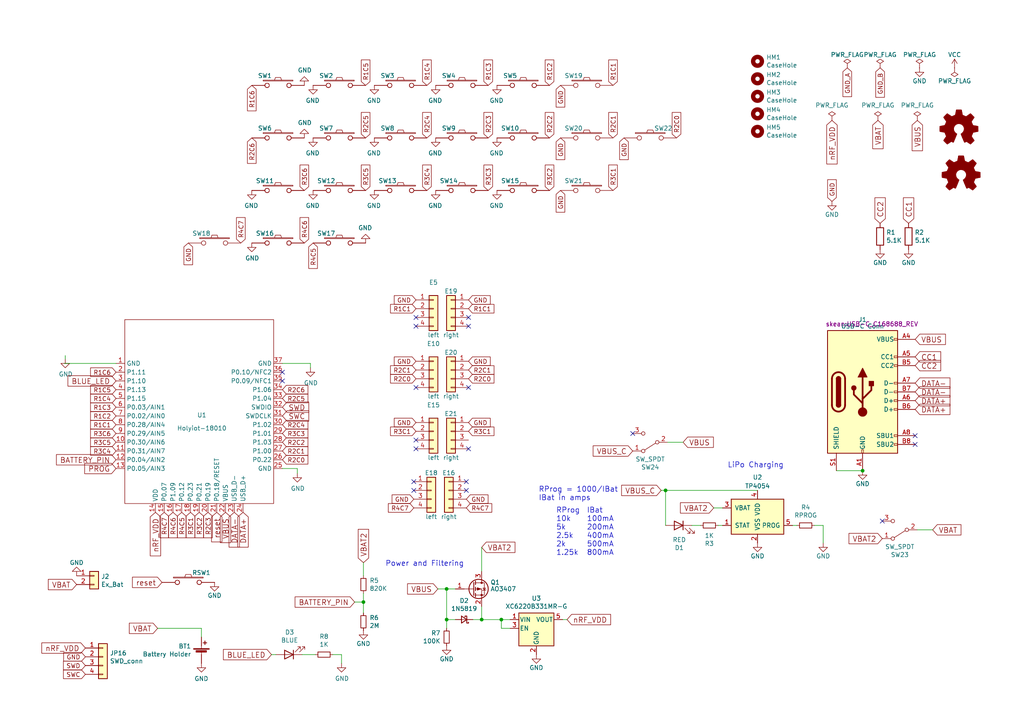
<source format=kicad_sch>
(kicad_sch (version 20211123) (generator eeschema)
  (paper "A4")
  (title_block (title "jorian") (date "22 07 2017"))
  (lib_symbols
    (symbol "Battery_Management:MCP73831-3-OT" (pin_names (offset 1.016))
      (property "Reference" "U" (at -7.62 6.35 0))
      (property "Value" "MCP73831-3-OT" (at 1.27 6.35 0))
      (symbol "MCP73831-3-OT_1_1"
        (pin output line (at 10.16 -2.54 180) (length 2.54) (name "STAT") (number "1"))
        (pin power_in line (at 0 -7.62 90) (length 2.54) (name "VSS") (number "2"))
        (pin power_out line (at 10.16 2.54 180) (length 2.54) (name "VBAT") (number "3"))
        (pin power_in line (at 0 7.62 270) (length 2.54) (name "VDD") (number "4"))
        (pin input line (at -10.16 -2.54 0) (length 2.54) (name "PROG") (number "5"))
      )
    )
    (symbol "Connector:USB_C_Receptacle_USB2.0" (pin_names (offset 1.016))
      (property "Reference" "J" (at -10.16 19.05 0))
      (property "Value" "USB_C_Receptacle_USB2.0" (at 19.05 19.05 0))
      (symbol "USB_C_Receptacle_USB2.0_1_1"
        (pin passive line (at 0 -22.86 90) (length 5.08) (name "GND") (number "A1"))
        (pin passive line (at 0 -22.86 90) (length 5.08) hide (name "GND") (number "A12"))
        (pin passive line (at 15.24 15.24 180) (length 5.08) (name "VBUS") (number "A4"))
        (pin bidirectional line (at 15.24 10.16 180) (length 5.08) (name "CC1") (number "A5"))
        (pin bidirectional line (at 15.24 -2.54 180) (length 5.08) (name "D+") (number "A6"))
        (pin bidirectional line (at 15.24 2.54 180) (length 5.08) (name "D-") (number "A7"))
        (pin bidirectional line (at 15.24 -12.7 180) (length 5.08) (name "SBU1") (number "A8"))
        (pin passive line (at 15.24 15.24 180) (length 5.08) hide (name "VBUS") (number "A9"))
        (pin passive line (at 0 -22.86 90) (length 5.08) hide (name "GND") (number "B1"))
        (pin passive line (at 0 -22.86 90) (length 5.08) hide (name "GND") (number "B12"))
        (pin passive line (at 15.24 15.24 180) (length 5.08) hide (name "VBUS") (number "B4"))
        (pin bidirectional line (at 15.24 7.62 180) (length 5.08) (name "CC2") (number "B5"))
        (pin bidirectional line (at 15.24 -5.08 180) (length 5.08) (name "D+") (number "B6"))
        (pin bidirectional line (at 15.24 0 180) (length 5.08) (name "D-") (number "B7"))
        (pin bidirectional line (at 15.24 -15.24 180) (length 5.08) (name "SBU2") (number "B8"))
        (pin passive line (at 15.24 15.24 180) (length 5.08) hide (name "VBUS") (number "B9"))
        (pin passive line (at -7.62 -22.86 90) (length 5.08) (name "SHIELD") (number "S1"))
      )
    )
    (symbol "Connector_Generic:Conn_01x02" (pin_names (offset 1.016) hide)
      (property "Reference" "J" (at 0 2.54 0))
      (property "Value" "Conn_01x02" (at 0 -5.08 0))
      (symbol "Conn_01x02_1_1"
        (pin passive line (at -5.08 0 0) (length 3.81) (name "Pin_1") (number "1"))
        (pin passive line (at -5.08 -2.54 0) (length 3.81) (name "Pin_2") (number "2"))
      )
    )
    (symbol "Connector_Generic:Conn_01x04" (pin_names (offset 1.016) hide)
      (property "Reference" "J" (at 0 5.08 0))
      (property "Value" "Conn_01x04" (at 0 -7.62 0))
      (symbol "Conn_01x04_1_1"
        (pin passive line (at -5.08 2.54 0) (length 3.81) (name "Pin_1") (number "1"))
        (pin passive line (at -5.08 0 0) (length 3.81) (name "Pin_2") (number "2"))
        (pin passive line (at -5.08 -2.54 0) (length 3.81) (name "Pin_3") (number "3"))
        (pin passive line (at -5.08 -5.08 0) (length 3.81) (name "Pin_4") (number "4"))
      )
    )
    (symbol "Device:Battery_Cell" (pin_numbers hide) (pin_names (offset 0) hide)
      (property "Reference" "BT" (at 2.54 2.54 0))
      (property "Value" "Battery_Cell" (at 2.54 0 0))
      (symbol "Battery_Cell_1_1"
        (pin passive line (at 0 5.08 270) (length 2.54) (name "+") (number "1"))
        (pin passive line (at 0 -2.54 90) (length 2.54) (name "-") (number "2"))
      )
    )
    (symbol "Device:D_Schottky_Small" (pin_numbers hide) (pin_names (offset 0.254) hide)
      (property "Reference" "D" (at -1.27 2.032 0))
      (property "Value" "D_Schottky_Small" (at -7.112 -2.032 0))
      (symbol "D_Schottky_Small_1_1"
        (pin passive line (at -2.54 0 0) (length 1.778) (name "K") (number "1"))
        (pin passive line (at 2.54 0 180) (length 1.778) (name "A") (number "2"))
      )
    )
    (symbol "Device:LED" (pin_numbers hide) (pin_names (offset 1.016) hide)
      (property "Reference" "D" (at 0 2.54 0))
      (property "Value" "LED" (at 0 -2.54 0))
      (symbol "LED_1_1"
        (pin passive line (at -3.81 0 0) (length 2.54) (name "K") (number "1"))
        (pin passive line (at 3.81 0 180) (length 2.54) (name "A") (number "2"))
      )
    )
    (symbol "Device:Q_PMOS_GSD" (pin_names (offset 0) hide)
      (property "Reference" "Q" (at 5.08 1.27 0))
      (property "Value" "Q_PMOS_GSD" (at 5.08 -1.27 0))
      (symbol "Q_PMOS_GSD_1_1"
        (pin input line (at -5.08 0 0) (length 2.54) (name "G") (number "1"))
        (pin passive line (at 2.54 -5.08 90) (length 2.54) (name "S") (number "2"))
        (pin passive line (at 2.54 5.08 270) (length 2.54) (name "D") (number "3"))
      )
    )
    (symbol "Device:R" (pin_numbers hide) (pin_names (offset 0))
      (property "Reference" "R" (at 2.032 0 90))
      (property "Value" "R" (at 0 0 90))
      (symbol "R_1_1"
        (pin passive line (at 0 3.81 270) (length 1.27) (name "~") (number "1"))
        (pin passive line (at 0 -3.81 90) (length 1.27) (name "~") (number "2"))
      )
    )
    (symbol "Device:R_Small" (pin_numbers hide) (pin_names (offset 0.254) hide)
      (property "Reference" "R" (at 0.762 0.508 0))
      (property "Value" "R_Small" (at 0.762 -1.016 0))
      (symbol "R_Small_1_1"
        (pin passive line (at 0 2.54 270) (length 0.762) (name "~") (number "1"))
        (pin passive line (at 0 -2.54 90) (length 0.762) (name "~") (number "2"))
      )
    )
    (symbol "Graphic:Logo_Open_Hardware_Small" (pin_names (offset 1.016)))
    (symbol "Mechanical:MountingHole" (pin_names (offset 1.016))
      (property "Reference" "H" (at 0 5.08 0))
      (property "Value" "MountingHole" (at 0 3.175 0))
    )
    (symbol "Regulator_Linear:AP2112K-3.3" (pin_names (offset 0.254))
      (property "Reference" "U" (at -5.08 5.715 0))
      (property "Value" "AP2112K-3.3" (at 0 5.715 0))
      (symbol "AP2112K-3.3_1_1"
        (pin power_in line (at -7.62 2.54 0) (length 2.54) (name "VIN") (number "1"))
        (pin power_in line (at 0 -7.62 90) (length 2.54) (name "GND") (number "2"))
        (pin input line (at -7.62 0 0) (length 2.54) (name "EN") (number "3"))
        (pin no_connect line (at 5.08 0 180) (length 2.54) hide (name "NC") (number "4"))
        (pin power_out line (at 7.62 2.54 180) (length 2.54) (name "VOUT") (number "5"))
      )
    )
    (symbol "Switch:SW_SPDT" (pin_names (offset 0) hide)
      (property "Reference" "SW" (at 0 4.318 0))
      (property "Value" "SW_SPDT" (at 0 -5.08 0))
      (symbol "SW_SPDT_1_1"
        (pin passive line (at 5.08 2.54 180) (length 2.54) (name "A") (number "1"))
        (pin passive line (at -5.08 0 0) (length 2.54) (name "B") (number "2"))
        (pin passive line (at 5.08 -2.54 180) (length 2.54) (name "C") (number "3"))
      )
    )
    (symbol "kbd:SW_PUSH" (pin_numbers hide) (pin_names (offset 1.016) hide)
      (property "Reference" "SW" (at 3.81 2.794 0))
      (property "Value" "SW_PUSH" (at 0 -2.032 0))
      (symbol "SW_PUSH_0_1"
        (pin passive inverted (at -7.62 0 0) (length 5.08) (name "1") (number "1"))
        (pin passive inverted (at 7.62 0 180) (length 5.08) (name "2") (number "2"))
      )
    )
    (symbol "kbd_wl:HOLYIOT-18010-NRF52840_Simple"
      (property "Reference" "U1" (at 0 31.75 0))
      (property "Value" "HOLYIOT-18010-NRF52840_Simple" (at 0 29.21 0))
      (symbol "HOLYIOT-18010-NRF52840_Simple_1_1"
        (pin power_in line (at -24.13 15.24 0) (length 2.54) (name "GND") (number "1"))
        (pin input line (at -24.13 -7.62 0) (length 2.54) (name "P0.30/AIN6") (number "10"))
        (pin input line (at -24.13 -10.16 0) (length 2.54) (name "P0.31/AIN7") (number "11"))
        (pin input line (at -24.13 -12.7 0) (length 2.54) (name "P0.04/AIN2") (number "12"))
        (pin input line (at -24.13 -15.24 0) (length 2.54) (name "P0.05/AIN3") (number "13"))
        (pin power_in line (at -12.7 -27.94 90) (length 2.54) (name "VDD") (number "14"))
        (pin input line (at -10.16 -27.94 90) (length 2.54) (name "P0.07") (number "15"))
        (pin input line (at -7.62 -27.94 90) (length 2.54) (name "P1.09") (number "16"))
        (pin input line (at -5.08 -27.94 90) (length 2.54) (name "P0.12") (number "17"))
        (pin input line (at -2.54 -27.94 90) (length 2.54) (name "P0.23") (number "18"))
        (pin input line (at 0 -27.94 90) (length 2.54) (name "P0.21") (number "19"))
        (pin input line (at -24.13 12.7 0) (length 2.54) (name "P1.11") (number "2"))
        (pin input line (at 2.54 -27.94 90) (length 2.54) (name "P0.19") (number "20"))
        (pin input line (at 5.08 -27.94 90) (length 2.54) (name "P0.18/RESET") (number "21"))
        (pin power_in line (at 7.62 -27.94 90) (length 2.54) (name "VBUS") (number "22"))
        (pin input line (at 10.16 -27.94 90) (length 2.54) (name "USB_D-") (number "23"))
        (pin input line (at 12.7 -27.94 90) (length 2.54) (name "USB_D+") (number "24"))
        (pin power_in line (at 24.13 -15.24 180) (length 2.54) (name "GND") (number "25"))
        (pin input line (at 24.13 -12.7 180) (length 2.54) (name "P0.22") (number "26"))
        (pin input line (at 24.13 -10.16 180) (length 2.54) (name "P1.00") (number "27"))
        (pin input line (at 24.13 -7.62 180) (length 2.54) (name "P1.03") (number "28"))
        (pin input line (at 24.13 -5.08 180) (length 2.54) (name "P1.01") (number "29"))
        (pin input line (at -24.13 10.16 0) (length 2.54) (name "P1.10") (number "3"))
        (pin input line (at 24.13 -2.54 180) (length 2.54) (name "P1.02") (number "30"))
        (pin input line (at 24.13 0 180) (length 2.54) (name "SWDCLK") (number "31"))
        (pin input line (at 24.13 2.54 180) (length 2.54) (name "SWDIO") (number "32"))
        (pin input line (at 24.13 5.08 180) (length 2.54) (name "P1.04") (number "33"))
        (pin input line (at 24.13 7.62 180) (length 2.54) (name "P1.06") (number "34"))
        (pin input line (at 24.13 10.16 180) (length 2.54) (name "P0.09/NFC1") (number "35"))
        (pin input line (at 24.13 12.7 180) (length 2.54) (name "P0.10/NFC2") (number "36"))
        (pin power_in line (at 24.13 15.24 180) (length 2.54) (name "GND") (number "37"))
        (pin input line (at -24.13 7.62 0) (length 2.54) (name "P1.13") (number "4"))
        (pin input line (at -24.13 5.08 0) (length 2.54) (name "P1.15") (number "5"))
        (pin input line (at -24.13 2.54 0) (length 2.54) (name "P0.03/AIN1") (number "6"))
        (pin input line (at -24.13 0 0) (length 2.54) (name "P0.02/AIN0") (number "7"))
        (pin input line (at -24.13 -2.54 0) (length 2.54) (name "P0.28/AIN4") (number "8"))
        (pin input line (at -24.13 -5.08 0) (length 2.54) (name "P0.29/AIN5") (number "9"))
      )
    )
    (symbol "power:GND" (power) (pin_names (offset 0))
      (property "Value" "GND" (at 0 -3.81 0))
      (symbol "GND_1_1"
        (pin power_in line (at 0 0 270) (length 0) hide (name "GND") (number "1"))
      )
    )
    (symbol "power:PWR_FLAG" (power) (pin_numbers hide) (pin_names (offset 0) hide)
      (property "Value" "PWR_FLAG" (at 0 3.81 0))
      (symbol "PWR_FLAG_0_0"
        (pin power_out line (at 0 0 90) (length 0) (name "pwr") (number "1"))
      )
    )
    (symbol "power:VCC" (power) (pin_names (offset 0))
      (property "Value" "VCC" (at 0 3.81 0))
      (symbol "VCC_1_1"
        (pin power_in line (at 0 0 90) (length 0) hide (name "VCC") (number "1"))
      )
    )
  )
  (junction (at 139.7 179.705))
  (junction (at 105.41 174.625))
  (junction (at 250.19 136.525))
  (junction (at 193.04 142.24))
  (junction (at 145.415 179.705))
  (junction (at 129.54 170.815))
  (junction (at 129.54 179.705))
  (no_connect (at 81.915 107.95))
  (no_connect (at 81.915 110.49))
  (no_connect (at 120.65 127.635))
  (no_connect (at 120.65 130.175))
  (no_connect (at 135.89 130.175))
  (no_connect (at 120.65 94.615))
  (no_connect (at 135.89 112.395))
  (no_connect (at 120.015 142.24))
  (no_connect (at 135.255 142.24))
  (no_connect (at 255.905 151.13))
  (no_connect (at 120.65 92.075))
  (no_connect (at 183.515 125.73))
  (no_connect (at 265.43 128.905))
  (no_connect (at 120.65 112.395))
  (no_connect (at 265.43 126.365))
  (no_connect (at 135.89 92.075))
  (no_connect (at 120.015 139.7))
  (no_connect (at 135.255 139.7))
  (no_connect (at 135.89 94.615))
  (wire (pts (xy 129.54 179.705) (xy 132.08 179.705)))
  (wire (pts (xy 90.043 106.68) (xy 90.043 105.41)))
  (wire (pts (xy 236.22 152.4) (xy 238.76 152.4)))
  (wire (pts (xy 58.42 182.245) (xy 58.42 184.785)))
  (wire (pts (xy 129.54 182.245) (xy 129.54 179.705)))
  (wire (pts (xy 147.955 182.245) (xy 145.415 182.245)))
  (wire (pts (xy 229.87 152.4) (xy 231.14 152.4)))
  (wire (pts (xy 145.415 179.705) (xy 147.955 179.705)))
  (wire (pts (xy 105.41 163.195) (xy 105.41 167.005)))
  (wire (pts (xy 193.04 142.24) (xy 191.77 142.24)))
  (wire (pts (xy 81.915 105.41) (xy 90.043 105.41)))
  (wire (pts (xy 266.065 153.67) (xy 270.51 153.67)))
  (wire (pts (xy 18.923 103.124) (xy 18.923 104.14)))
  (wire (pts (xy 78.74 189.865) (xy 80.01 189.865)))
  (wire (pts (xy 33.655 105.41) (xy 18.669 105.41)))
  (wire (pts (xy 238.76 157.48) (xy 238.76 152.4)))
  (wire (pts (xy 207.01 147.32) (xy 209.55 147.32)))
  (wire (pts (xy 200.66 152.4) (xy 203.2 152.4)))
  (wire (pts (xy 242.57 136.525) (xy 250.19 136.525)))
  (wire (pts (xy 99.06 192.405) (xy 99.06 189.865)))
  (wire (pts (xy 137.16 179.705) (xy 139.7 179.705)))
  (wire (pts (xy 193.675 128.27) (xy 198.12 128.27)))
  (wire (pts (xy 193.04 142.24) (xy 193.04 152.4)))
  (wire (pts (xy 208.28 152.4) (xy 209.55 152.4)))
  (wire (pts (xy 105.41 174.625) (xy 105.41 177.8)))
  (wire (pts (xy 145.415 182.245) (xy 145.415 179.705)))
  (wire (pts (xy 127 170.815) (xy 129.54 170.815)))
  (wire (pts (xy 139.7 158.75) (xy 139.7 165.735)))
  (wire (pts (xy 87.63 189.865) (xy 91.44 189.865)))
  (wire (pts (xy 163.195 179.705) (xy 164.465 179.705)))
  (wire (pts (xy 86.233 135.89) (xy 86.233 137.287)))
  (wire (pts (xy 105.41 172.085) (xy 105.41 174.625)))
  (wire (pts (xy 193.04 142.24) (xy 219.71 142.24)))
  (wire (pts (xy 139.7 175.895) (xy 139.7 179.705)))
  (wire (pts (xy 96.52 189.865) (xy 99.06 189.865)))
  (wire (pts (xy 139.7 179.705) (xy 145.415 179.705)))
  (wire (pts (xy 129.54 179.705) (xy 129.54 170.815)))
  (wire (pts (xy 81.915 135.89) (xy 86.233 135.89)))
  (wire (pts (xy 102.87 174.625) (xy 105.41 174.625)))
  (wire (pts (xy 129.54 170.815) (xy 132.08 170.815)))
  (wire (pts (xy 45.72 182.245) (xy 58.42 182.245)))
  (text "Power and Filtering" (at 111.76 164.465 0) (effects (font (size 1.524 1.524)) (justify left bottom)))
  (text "IBat\n100mA\n200mA\n400mA\n500mA\n800mA" (at 170.18 161.29 0) (effects (font (size 1.524 1.524)) (justify left bottom)))
  (text "RProg\n10k\n5k\n2.5k\n2k\n1.25k" (at 161.29 161.29 0) (effects (font (size 1.524 1.524)) (justify left bottom)))
  (text "LiPo Charging\n" (at 227.33 135.89 180) (effects (font (size 1.524 1.524)) (justify right bottom)))
  (text "RProg = 1000/IBat\nIBat in amps" (at 156.21 145.415 0) (effects (font (size 1.524 1.524)) (justify left bottom)))
  (global_label "VBUS" (shape input) (at 65.405 148.59 270) (effects (font (size 1.524 1.524))) (property "Intersheet References" "${INTERSHEET_REFS}" (effects hide)))
  (global_label "VBAT" (shape input) (at 22.225 169.545 180) (effects (font (size 1.524 1.524))) (property "Intersheet References" "${INTERSHEET_REFS}" (effects hide)))
  (global_label "R4C7" (shape input) (at 120.015 147.32 180) (property "Intersheet References" "${INTERSHEET_REFS}" (effects hide)))
  (global_label "GND" (shape input) (at 241.3 58.42 90) (property "Intersheet References" "${INTERSHEET_REFS}" (effects hide)))
  (global_label "R1C2" (shape input) (at 33.655 120.65 180) (property "Intersheet References" "${INTERSHEET_REFS}" (effects hide)))
  (global_label "GND" (shape input) (at 120.015 144.78 180) (property "Intersheet References" "${INTERSHEET_REFS}" (effects hide)))
  (global_label "GND" (shape input) (at 54.61 70.485 270) (property "Intersheet References" "${INTERSHEET_REFS}" (effects hide)))
  (global_label "BLUE_LED" (shape input) (at 78.74 189.865 180) (effects (font (size 1.524 1.524))) (property "Intersheet References" "${INTERSHEET_REFS}" (effects hide)))
  (global_label "VBUS" (shape input) (at 266.065 34.925 270) (effects (font (size 1.524 1.524))) (property "Intersheet References" "${INTERSHEET_REFS}" (effects hide)))
  (global_label "R2C5" (shape input) (at 81.915 115.57 0) (property "Intersheet References" "${INTERSHEET_REFS}" (effects hide)))
  (global_label "SWD" (shape input) (at 24.765 193.04 180) (property "Intersheet References" "${INTERSHEET_REFS}" (effects hide)))
  (global_label "GND" (shape input) (at 135.89 122.555 0) (property "Intersheet References" "${INTERSHEET_REFS}" (effects hide)))
  (global_label "R1C3" (shape input) (at 33.655 118.11 180) (property "Intersheet References" "${INTERSHEET_REFS}" (effects hide)))
  (global_label "DATA+" (shape input) (at 265.43 118.745 0) (effects (font (size 1.524 1.524))) (property "Intersheet References" "${INTERSHEET_REFS}" (effects hide)))
  (global_label "DATA-" (shape input) (at 67.945 148.59 270) (effects (font (size 1.524 1.524))) (property "Intersheet References" "${INTERSHEET_REFS}" (effects hide)))
  (global_label "VBUS_C" (shape input) (at 191.77 142.24 180) (effects (font (size 1.524 1.524))) (property "Intersheet References" "${INTERSHEET_REFS}" (effects hide)))
  (global_label "R2C2" (shape input) (at 81.915 128.27 0) (property "Intersheet References" "${INTERSHEET_REFS}" (effects hide)))
  (global_label "CC1" (shape input) (at 263.525 64.77 90) (effects (font (size 1.524 1.524))) (property "Intersheet References" "${INTERSHEET_REFS}" (effects hide)))
  (global_label "GND" (shape input) (at 135.89 86.995 0) (property "Intersheet References" "${INTERSHEET_REFS}" (effects hide)))
  (global_label "R3C1" (shape input) (at 120.65 125.095 180) (property "Intersheet References" "${INTERSHEET_REFS}" (effects hide)))
  (global_label "CC1" (shape input) (at 265.43 103.505 0) (effects (font (size 1.524 1.524))) (property "Intersheet References" "${INTERSHEET_REFS}" (effects hide)))
  (global_label "R1C4" (shape input) (at 123.825 24.765 90) (property "Intersheet References" "${INTERSHEET_REFS}" (effects hide)))
  (global_label "R3C1" (shape input) (at 177.8 55.245 90) (property "Intersheet References" "${INTERSHEET_REFS}" (effects hide)))
  (global_label "R4C7" (shape input) (at 47.625 148.59 270) (property "Intersheet References" "${INTERSHEET_REFS}" (effects hide)))
  (global_label "R3C1" (shape input) (at 135.89 125.095 0) (property "Intersheet References" "${INTERSHEET_REFS}" (effects hide)))
  (global_label "R1C5" (shape input) (at 33.655 113.03 180) (property "Intersheet References" "${INTERSHEET_REFS}" (effects hide)))
  (global_label "R2C1" (shape input) (at 81.915 130.81 0) (property "Intersheet References" "${INTERSHEET_REFS}" (effects hide)))
  (global_label "R2C0" (shape input) (at 135.89 109.855 0) (property "Intersheet References" "${INTERSHEET_REFS}" (effects hide)))
  (global_label "GND" (shape input) (at 162.56 24.765 270) (property "Intersheet References" "${INTERSHEET_REFS}" (effects hide)))
  (global_label "VBAT" (shape input) (at 254.635 34.925 270) (effects (font (size 1.524 1.524))) (property "Intersheet References" "${INTERSHEET_REFS}" (effects hide)))
  (global_label "R1C6" (shape input) (at 33.655 107.95 180) (property "Intersheet References" "${INTERSHEET_REFS}" (effects hide)))
  (global_label "R1C6" (shape input) (at 73.025 24.765 270) (property "Intersheet References" "${INTERSHEET_REFS}" (effects hide)))
  (global_label "R2C3" (shape input) (at 141.605 40.005 90) (property "Intersheet References" "${INTERSHEET_REFS}" (effects hide)))
  (global_label "VBAT2" (shape input) (at 207.01 147.32 180) (effects (font (size 1.524 1.524))) (property "Intersheet References" "${INTERSHEET_REFS}" (effects hide)))
  (global_label "R3C4" (shape input) (at 33.655 130.81 180) (property "Intersheet References" "${INTERSHEET_REFS}" (effects hide)))
  (global_label "R1C4" (shape input) (at 33.655 115.57 180) (property "Intersheet References" "${INTERSHEET_REFS}" (effects hide)))
  (global_label "DATA+" (shape input) (at 70.485 148.59 270) (effects (font (size 1.524 1.524))) (property "Intersheet References" "${INTERSHEET_REFS}" (effects hide)))
  (global_label "VBUS" (shape input) (at 265.43 98.425 0) (effects (font (size 1.524 1.524))) (property "Intersheet References" "${INTERSHEET_REFS}" (effects hide)))
  (global_label "reset" (shape input) (at 62.865 148.59 270) (effects (font (size 1.524 1.524))) (property "Intersheet References" "${INTERSHEET_REFS}" (effects hide)))
  (global_label "SWD" (shape input) (at 81.915 118.11 0) (effects (font (size 1.524 1.524))) (property "Intersheet References" "${INTERSHEET_REFS}" (effects hide)))
  (global_label "R3C3" (shape input) (at 141.605 55.245 90) (property "Intersheet References" "${INTERSHEET_REFS}" (effects hide)))
  (global_label "R4C5" (shape input) (at 52.705 148.59 270) (property "Intersheet References" "${INTERSHEET_REFS}" (effects hide)))
  (global_label "R2C6" (shape input) (at 73.025 40.005 270) (property "Intersheet References" "${INTERSHEET_REFS}" (effects hide)))
  (global_label "GND" (shape input) (at 120.65 104.775 180) (property "Intersheet References" "${INTERSHEET_REFS}" (effects hide)))
  (global_label "R4C7" (shape input) (at 69.85 70.485 90) (property "Intersheet References" "${INTERSHEET_REFS}" (effects hide)))
  (global_label "R1C2" (shape input) (at 159.385 24.765 90) (property "Intersheet References" "${INTERSHEET_REFS}" (effects hide)))
  (global_label "R2C0" (shape input) (at 81.915 133.35 0) (property "Intersheet References" "${INTERSHEET_REFS}" (effects hide)))
  (global_label "VBAT" (shape input) (at 45.72 182.245 180) (effects (font (size 1.524 1.524))) (property "Intersheet References" "${INTERSHEET_REFS}" (effects hide)))
  (global_label "SWC" (shape input) (at 81.915 120.65 0) (effects (font (size 1.524 1.524))) (property "Intersheet References" "${INTERSHEET_REFS}" (effects hide)))
  (global_label "GND" (shape input) (at 120.65 86.995 180) (property "Intersheet References" "${INTERSHEET_REFS}" (effects hide)))
  (global_label "R3C5" (shape input) (at 106.045 55.245 90) (property "Intersheet References" "${INTERSHEET_REFS}" (effects hide)))
  (global_label "nRF_VDD" (shape input) (at 241.3 34.925 270) (effects (font (size 1.524 1.524))) (property "Intersheet References" "${INTERSHEET_REFS}" (effects hide)))
  (global_label "GND_B" (shape input) (at 255.27 19.685 270) (property "Intersheet References" "${INTERSHEET_REFS}" (effects hide)))
  (global_label "BATTERY_PIN" (shape input) (at 33.655 133.35 180) (effects (font (size 1.524 1.524))) (property "Intersheet References" "${INTERSHEET_REFS}" (effects hide)))
  (global_label "R4C6" (shape input) (at 50.165 148.59 270) (property "Intersheet References" "${INTERSHEET_REFS}" (effects hide)))
  (global_label "R2C5" (shape input) (at 106.045 40.005 90) (property "Intersheet References" "${INTERSHEET_REFS}" (effects hide)))
  (global_label "nRF_VDD" (shape input) (at 24.765 187.96 180) (effects (font (size 1.524 1.524))) (property "Intersheet References" "${INTERSHEET_REFS}" (effects hide)))
  (global_label "R2C6" (shape input) (at 81.915 113.03 0) (property "Intersheet References" "${INTERSHEET_REFS}" (effects hide)))
  (global_label "VBAT2" (shape input) (at 139.7 158.75 0) (effects (font (size 1.524 1.524))) (property "Intersheet References" "${INTERSHEET_REFS}" (effects hide)))
  (global_label "GND_A" (shape input) (at 245.745 19.685 270) (property "Intersheet References" "${INTERSHEET_REFS}" (effects hide)))
  (global_label "VBAT2" (shape input) (at 105.41 163.195 90) (effects (font (size 1.524 1.524))) (property "Intersheet References" "${INTERSHEET_REFS}" (effects hide)))
  (global_label "R4C6" (shape input) (at 88.265 70.485 90) (property "Intersheet References" "${INTERSHEET_REFS}" (effects hide)))
  (global_label "VBAT" (shape input) (at 270.51 153.67 0) (effects (font (size 1.524 1.524))) (property "Intersheet References" "${INTERSHEET_REFS}" (effects hide)))
  (global_label "BLUE_LED" (shape input) (at 33.655 110.49 180) (effects (font (size 1.524 1.524))) (property "Intersheet References" "${INTERSHEET_REFS}" (effects hide)))
  (global_label "R1C1" (shape input) (at 135.89 89.535 0) (property "Intersheet References" "${INTERSHEET_REFS}" (effects hide)))
  (global_label "SWC" (shape input) (at 24.765 195.58 180) (property "Intersheet References" "${INTERSHEET_REFS}" (effects hide)))
  (global_label "R3C3" (shape input) (at 81.915 125.73 0) (property "Intersheet References" "${INTERSHEET_REFS}" (effects hide)))
  (global_label "R3C1" (shape input) (at 55.245 148.59 270) (property "Intersheet References" "${INTERSHEET_REFS}" (effects hide)))
  (global_label "CC2" (shape input) (at 265.43 106.045 0) (effects (font (size 1.524 1.524))) (property "Intersheet References" "${INTERSHEET_REFS}" (effects hide)))
  (global_label "R1C1" (shape input) (at 177.8 24.765 90) (property "Intersheet References" "${INTERSHEET_REFS}" (effects hide)))
  (global_label "VBUS" (shape input) (at 127 170.815 180) (effects (font (size 1.524 1.524))) (property "Intersheet References" "${INTERSHEET_REFS}" (effects hide)))
  (global_label "R1C1" (shape input) (at 33.655 123.19 180) (property "Intersheet References" "${INTERSHEET_REFS}" (effects hide)))
  (global_label "R2C0" (shape input) (at 196.215 40.005 90) (property "Intersheet References" "${INTERSHEET_REFS}" (effects hide)))
  (global_label "R3C6" (shape input) (at 33.655 125.73 180) (property "Intersheet References" "${INTERSHEET_REFS}" (effects hide)))
  (global_label "VBAT2" (shape input) (at 255.905 156.21 180) (effects (font (size 1.524 1.524))) (property "Intersheet References" "${INTERSHEET_REFS}" (effects hide)))
  (global_label "R2C2" (shape input) (at 159.385 40.005 90) (property "Intersheet References" "${INTERSHEET_REFS}" (effects hide)))
  (global_label "BATTERY_PIN" (shape input) (at 102.87 174.625 180) (effects (font (size 1.524 1.524))) (property "Intersheet References" "${INTERSHEET_REFS}" (effects hide)))
  (global_label "GND" (shape input) (at 180.975 40.005 270) (property "Intersheet References" "${INTERSHEET_REFS}" (effects hide)))
  (global_label "R2C4" (shape input) (at 81.915 123.19 0) (property "Intersheet References" "${INTERSHEET_REFS}" (effects hide)))
  (global_label "GND" (shape input) (at 162.56 55.245 270) (property "Intersheet References" "${INTERSHEET_REFS}" (effects hide)))
  (global_label "CC2" (shape input) (at 255.27 64.77 90) (effects (font (size 1.524 1.524))) (property "Intersheet References" "${INTERSHEET_REFS}" (effects hide)))
  (global_label "R2C1" (shape input) (at 177.8 40.005 90) (property "Intersheet References" "${INTERSHEET_REFS}" (effects hide)))
  (global_label "R1C5" (shape input) (at 106.045 24.765 90) (property "Intersheet References" "${INTERSHEET_REFS}" (effects hide)))
  (global_label "R1C1" (shape input) (at 120.65 89.535 180) (property "Intersheet References" "${INTERSHEET_REFS}" (effects hide)))
  (global_label "R1C3" (shape input) (at 141.605 24.765 90) (property "Intersheet References" "${INTERSHEET_REFS}" (effects hide)))
  (global_label "R4C7" (shape input) (at 135.255 147.32 0) (property "Intersheet References" "${INTERSHEET_REFS}" (effects hide)))
  (global_label "GND" (shape input) (at 24.765 190.5 180) (property "Intersheet References" "${INTERSHEET_REFS}" (effects hide)))
  (global_label "R3C2" (shape input) (at 159.385 55.245 90) (property "Intersheet References" "${INTERSHEET_REFS}" (effects hide)))
  (global_label "GND" (shape input) (at 135.89 104.775 0) (property "Intersheet References" "${INTERSHEET_REFS}" (effects hide)))
  (global_label "GND" (shape input) (at 135.255 144.78 0) (property "Intersheet References" "${INTERSHEET_REFS}" (effects hide)))
  (global_label "DATA+" (shape input) (at 265.43 116.205 0) (effects (font (size 1.524 1.524))) (property "Intersheet References" "${INTERSHEET_REFS}" (effects hide)))
  (global_label "R2C3" (shape input) (at 60.325 148.59 270) (property "Intersheet References" "${INTERSHEET_REFS}" (effects hide)))
  (global_label "GND" (shape input) (at 162.56 40.005 270) (property "Intersheet References" "${INTERSHEET_REFS}" (effects hide)))
  (global_label "R2C4" (shape input) (at 123.825 40.005 90) (property "Intersheet References" "${INTERSHEET_REFS}" (effects hide)))
  (global_label "nRF_VDD" (shape input) (at 164.465 179.705 0) (effects (font (size 1.524 1.524))) (property "Intersheet References" "${INTERSHEET_REFS}" (effects hide)))
  (global_label "R3C5" (shape input) (at 33.655 128.27 180) (property "Intersheet References" "${INTERSHEET_REFS}" (effects hide)))
  (global_label "VBUS" (shape input) (at 198.12 128.27 0) (effects (font (size 1.524 1.524))) (property "Intersheet References" "${INTERSHEET_REFS}" (effects hide)))
  (global_label "GND" (shape input) (at 120.65 122.555 180) (property "Intersheet References" "${INTERSHEET_REFS}" (effects hide)))
  (global_label "reset" (shape input) (at 46.99 168.91 180) (effects (font (size 1.524 1.524))) (property "Intersheet References" "${INTERSHEET_REFS}" (effects hide)))
  (global_label "R3C2" (shape input) (at 57.785 148.59 270) (property "Intersheet References" "${INTERSHEET_REFS}" (effects hide)))
  (global_label "VBUS_C" (shape input) (at 183.515 130.81 180) (effects (font (size 1.524 1.524))) (property "Intersheet References" "${INTERSHEET_REFS}" (effects hide)))
  (global_label "R2C1" (shape input) (at 120.65 107.315 180) (property "Intersheet References" "${INTERSHEET_REFS}" (effects hide)))
  (global_label "R3C6" (shape input) (at 88.265 55.245 90) (property "Intersheet References" "${INTERSHEET_REFS}" (effects hide)))
  (global_label "DATA-" (shape input) (at 265.43 111.125 0) (effects (font (size 1.524 1.524))) (property "Intersheet References" "${INTERSHEET_REFS}" (effects hide)))
  (global_label "R3C4" (shape input) (at 123.825 55.245 90) (property "Intersheet References" "${INTERSHEET_REFS}" (effects hide)))
  (global_label "DATA-" (shape input) (at 265.43 113.665 0) (effects (font (size 1.524 1.524))) (property "Intersheet References" "${INTERSHEET_REFS}" (effects hide)))
  (global_label "R2C0" (shape input) (at 120.65 109.855 180) (property "Intersheet References" "${INTERSHEET_REFS}" (effects hide)))
  (global_label "nRF_VDD" (shape input) (at 45.085 148.59 270) (effects (font (size 1.524 1.524))) (property "Intersheet References" "${INTERSHEET_REFS}" (effects hide)))
  (global_label "PROG" (shape input) (at 33.655 135.89 180) (effects (font (size 1.524 1.524))) (property "Intersheet References" "${INTERSHEET_REFS}" (effects hide)))
  (global_label "R4C5" (shape input) (at 90.805 70.485 270) (property "Intersheet References" "${INTERSHEET_REFS}" (effects hide)))
  (global_label "R2C1" (shape input) (at 135.89 107.315 0) (property "Intersheet References" "${INTERSHEET_REFS}" (effects hide)))
  (symbol (lib_id "Device:Battery_Cell") (at 58.42 189.865 0) (unit 1)
    (property "Reference" "BT1" (at 55.4482 187.4266 0) (effects (justify right)))
    (property "Value" "Battery Holder" (at 55.4482 189.738 0) (effects (justify right)))
    (property "Footprint" "kbd:cr2032_bs-7" (effects hide))
  )
  (symbol (lib_id "Graphic:Logo_Open_Hardware_Small") (at 278.13 37.465 0) (unit 1)
    (property "Reference" "G1" (effects hide))
    (property "Value" "Logo_Open_Hardware_Small" (effects hide))
    (property "Footprint" "kbd:jorian_logo" (effects hide))
  )
  (symbol (lib_id "Graphic:Logo_Open_Hardware_Small") (at 278.765 50.8 0) (unit 1)
    (property "Reference" "G2" (effects hide))
    (property "Value" "Logo_Open_Hardware_Small" (effects hide))
    (property "Footprint" "kbd:jorian_logo" (effects hide))
  )
  (symbol (lib_id "power:GND") (at 266.7 19.685 0) (unit 1)
    (property "Reference" "#PWR0110" (effects hide))
    (property "Value" "GND" (at 266.7 23.495 0))
  )
  (symbol (lib_id "power:VCC") (at 276.86 19.685 0) (unit 1)
    (property "Reference" "#PWR0111" (effects hide))
    (property "Value" "VCC" (at 276.86 15.875 0))
  )
  (symbol (lib_id "power:PWR_FLAG") (at 276.86 19.685 180) (unit 1)
    (property "Reference" "#FLG0101" (effects hide))
    (property "Value" "PWR_FLAG" (at 276.86 23.495 0))
  )
  (symbol (lib_id "power:PWR_FLAG") (at 266.7 19.685 0) (unit 1)
    (property "Reference" "#FLG0102" (effects hide))
    (property "Value" "PWR_FLAG" (at 266.7 15.875 0))
  )
  (symbol (lib_id "Connector_Generic:Conn_01x04") (at 130.81 107.315 0) (mirror y) (unit 1)
    (property "Reference" "E20" (at 130.81 102.235 0))
    (property "Value" "right" (at 130.81 114.935 0))
    (property "Footprint" "kbd_jorian:edge_conn" (effects hide))
  )
  (symbol (lib_id "Connector_Generic:Conn_01x04") (at 125.73 107.315 0) (unit 1)
    (property "Reference" "E10" (at 125.73 99.695 0))
    (property "Value" "left" (at 125.73 114.935 0))
    (property "Footprint" "kbd_jorian:edge_conn" (effects hide))
  )
  (symbol (lib_id "Connector_Generic:Conn_01x04") (at 29.845 190.5 0) (unit 1)
    (property "Reference" "JP16" (at 31.877 189.4332 0) (effects (justify left)))
    (property "Value" "SWD_conn" (at 31.877 191.7446 0) (effects (justify left)))
    (property "Footprint" "kbd:connector_swd" (effects hide))
  )
  (symbol (lib_id "Connector_Generic:Conn_01x04") (at 130.175 142.24 0) (mirror y) (unit 1)
    (property "Reference" "E16" (at 130.175 137.16 0))
    (property "Value" "right" (at 130.175 149.86 0))
    (property "Footprint" "kbd_jorian:edge_conn" (effects hide))
  )
  (symbol (lib_id "Connector_Generic:Conn_01x04") (at 125.095 142.24 0) (unit 1)
    (property "Reference" "E18" (at 125.095 137.16 0))
    (property "Value" "left" (at 125.095 149.86 0))
    (property "Footprint" "kbd_jorian:edge_conn" (effects hide))
  )
  (symbol (lib_id "Connector_Generic:Conn_01x04") (at 130.81 89.535 0) (mirror y) (unit 1)
    (property "Reference" "E19" (at 130.81 84.455 0))
    (property "Value" "right" (at 130.81 97.155 0))
    (property "Footprint" "kbd_jorian:edge_conn" (effects hide))
  )
  (symbol (lib_id "Connector_Generic:Conn_01x04") (at 125.73 89.535 0) (unit 1)
    (property "Reference" "E5" (at 125.73 81.915 0))
    (property "Value" "left" (at 125.73 97.155 0))
    (property "Footprint" "kbd_jorian:edge_conn" (effects hide))
  )
  (symbol (lib_id "Connector_Generic:Conn_01x04") (at 130.81 125.095 0) (mirror y) (unit 1)
    (property "Reference" "E21" (at 130.81 120.015 0))
    (property "Value" "right" (at 130.81 132.715 0))
    (property "Footprint" "kbd_jorian:edge_conn" (effects hide))
  )
  (symbol (lib_id "Connector_Generic:Conn_01x04") (at 125.73 125.095 0) (unit 1)
    (property "Reference" "E15" (at 125.73 117.475 0))
    (property "Value" "left" (at 125.73 132.715 0))
    (property "Footprint" "kbd_jorian:edge_conn" (effects hide))
  )
  (symbol (lib_id "power:GND") (at 144.145 40.005 0) (mirror y) (unit 1)
    (property "Reference" "#PWR010" (effects hide))
    (property "Value" "GND" (at 144.018 44.3992 0))
  )
  (symbol (lib_id "kbd:SW_PUSH") (at 80.645 40.005 0) (mirror y) (unit 1)
    (property "Reference" "SW6" (at 76.835 37.211 0))
    (property "Value" "SW_PUSH" (effects hide))
    (property "Footprint" "kbd:MX-HS-SOL-1U-REV" (effects hide))
  )
  (symbol (lib_id "power:GND") (at 250.19 136.525 0) (unit 1)
    (property "Reference" "#PWR023" (effects hide))
    (property "Value" "GND" (at 250.19 140.335 0))
  )
  (symbol (lib_id "kbd:SW_PUSH") (at 188.595 40.005 0) (unit 1)
    (property "Reference" "SW22" (at 192.405 37.211 0))
    (property "Value" "SW_PUSH" (effects hide))
    (property "Footprint" "kbd:MX-HS-SOL-1U-REV" (effects hide))
  )
  (symbol (lib_id "kbd:SW_PUSH") (at 133.985 24.765 0) (mirror y) (unit 1)
    (property "Reference" "SW4" (at 130.175 21.971 0))
    (property "Value" "SW_PUSH" (effects hide))
    (property "Footprint" "kbd:MX-HS-SOL-1U-REV" (effects hide))
  )
  (symbol (lib_id "Connector_Generic:Conn_01x02") (at 27.305 167.005 0) (unit 1)
    (property "Reference" "J2" (at 29.337 167.2082 0) (effects (justify left)))
    (property "Value" "Ex_Bat" (at 29.337 169.5196 0) (effects (justify left)))
    (property "Footprint" "skean:Battery_TH" (effects hide))
  )
  (symbol (lib_id "power:GND") (at 241.3 58.42 0) (unit 1)
    (property "Reference" "#PWR016" (effects hide))
    (property "Value" "GND" (at 241.3 62.23 0))
  )
  (symbol (lib_id "Battery_Management:MCP73831-3-OT") (at 219.71 149.86 0) (mirror y) (unit 1)
    (property "Reference" "U2" (at 219.71 138.43 0))
    (property "Value" "TP4054" (at 219.71 140.97 0))
    (property "Footprint" "skean:SOT-23-5_HandSoldering_REV" (effects hide))
    (property "Datasheet" "http://ww1.microchip.com/downloads/en/DeviceDoc/20001984g.pdf" (effects hide))
  )
  (symbol (lib_id "power:PWR_FLAG") (at 241.3 34.925 0) (unit 1)
    (property "Reference" "#FLG01" (effects hide))
    (property "Value" "PWR_FLAG" (at 241.3 30.5308 0))
  )
  (symbol (lib_id "power:GND") (at 219.71 157.48 0) (unit 1)
    (property "Reference" "#PWR025" (effects hide))
    (property "Value" "GND" (at 219.71 161.29 0))
  )
  (symbol (lib_id "power:GND") (at 90.805 40.005 0) (mirror y) (unit 1)
    (property "Reference" "#PWR07" (effects hide))
    (property "Value" "GND" (at 90.678 44.3992 0))
  )
  (symbol (lib_id "power:GND") (at 90.805 24.765 0) (mirror y) (unit 1)
    (property "Reference" "#PWR02" (effects hide))
    (property "Value" "GND" (at 90.678 29.1592 0))
  )
  (symbol (lib_id "kbd:SW_PUSH") (at 54.61 168.91 0) (unit 1)
    (property "Reference" "RSW1" (at 58.42 166.116 0))
    (property "Value" "SW_PUSH" (effects hide))
    (property "Footprint" "skean:SW_SPST_EVQP7C_REV" (effects hide))
  )
  (symbol (lib_id "kbd:SW_PUSH") (at 116.205 24.765 0) (mirror y) (unit 1)
    (property "Reference" "SW3" (at 112.395 21.971 0))
    (property "Value" "SW_PUSH" (effects hide))
    (property "Footprint" "kbd:MX-HS-SOL-1U-REV" (effects hide))
  )
  (symbol (lib_id "Device:R_Small") (at 205.74 152.4 90) (mirror x) (unit 1)
    (property "Reference" "R3" (at 205.74 157.6578 90))
    (property "Value" "1K" (at 205.74 155.3464 90))
    (property "Footprint" "skean:R_0603_1608Metric_REV" (effects hide))
  )
  (symbol (lib_id "Device:R") (at 263.525 68.58 0) (unit 1)
    (property "Reference" "R2" (at 265.303 67.4116 0) (effects (justify left)))
    (property "Value" "5.1K" (at 265.303 69.723 0) (effects (justify left)))
    (property "Footprint" "skean:R_0603_1608Metric_REV" (effects hide))
  )
  (symbol (lib_id "Regulator_Linear:AP2112K-3.3") (at 155.575 182.245 0) (unit 1)
    (property "Reference" "U3" (at 155.575 173.5582 0))
    (property "Value" "XC6220B331MR-G" (at 155.575 175.8696 0))
    (property "Footprint" "skean:SOT-23-5_HandSoldering_REV" (effects hide))
    (property "Datasheet" "https://www.diodes.com/assets/Datasheets/AP2112.pdf" (effects hide))
  )
  (symbol (lib_id "kbd:SW_PUSH") (at 116.205 40.005 0) (mirror y) (unit 1)
    (property "Reference" "SW8" (at 112.395 37.211 0))
    (property "Value" "SW_PUSH" (effects hide))
    (property "Footprint" "kbd:MX-HS-SOL-1U-REV" (effects hide))
  )
  (symbol (lib_id "power:GND") (at 58.42 192.405 0) (unit 1)
    (property "Reference" "#PWR032" (effects hide))
    (property "Value" "GND" (at 58.42 196.85 0))
  )
  (symbol (lib_id "power:GND") (at 90.043 106.68 0) (unit 1)
    (property "Reference" "#PWR022" (effects hide))
    (property "Value" "GND" (at 90.17 111.0742 0))
  )
  (symbol (lib_id "kbd:SW_PUSH") (at 170.18 24.765 0) (mirror y) (unit 1)
    (property "Reference" "SW19" (at 166.37 21.971 0))
    (property "Value" "SW_PUSH" (effects hide))
    (property "Footprint" "kbd:MX-HS-SOL-1U-REV" (effects hide))
  )
  (symbol (lib_id "kbd:SW_PUSH") (at 170.18 40.005 0) (mirror y) (unit 1)
    (property "Reference" "SW20" (at 166.37 37.211 0))
    (property "Value" "SW_PUSH" (effects hide))
    (property "Footprint" "kbd:MX-HS-SOL-1U-REV" (effects hide))
  )
  (symbol (lib_id "power:GND") (at 108.585 55.245 0) (mirror y) (unit 1)
    (property "Reference" "#PWR013" (effects hide))
    (property "Value" "GND" (at 108.458 59.6392 0))
  )
  (symbol (lib_id "kbd:SW_PUSH") (at 151.765 55.245 0) (mirror y) (unit 1)
    (property "Reference" "SW15" (at 147.955 52.451 0))
    (property "Value" "SW_PUSH" (effects hide))
    (property "Footprint" "kbd:MX-HS-SOL-1U-REV" (effects hide))
  )
  (symbol (lib_id "kbd:SW_PUSH") (at 98.425 70.485 0) (mirror y) (unit 1)
    (property "Reference" "SW17" (at 94.615 67.691 0))
    (property "Value" "SW_PUSH" (effects hide))
    (property "Footprint" "kbd:MX-HS-SOL-1U-REV" (effects hide))
  )
  (symbol (lib_id "Switch:SW_SPDT") (at 260.985 153.67 180) (unit 1)
    (property "Reference" "SW23" (at 260.985 160.909 0))
    (property "Value" "SW_SPDT" (at 260.985 158.5976 0))
    (property "Footprint" "skean:SW_SPDT+H-MSK12C01_hor(7pin_SMD)_REV" (effects hide))
  )
  (symbol (lib_id "Connector:USB_C_Receptacle_USB2.0") (at 250.19 113.665 0) (unit 1)
    (property "Reference" "J1" (at 250.19 92.71 0))
    (property "Value" "USB-C Conn" (at 250.19 94.615 0))
    (property "Footprint" "skean:USB-C_C168688_REV" (at 252.9078 93.98 0))
    (property "Datasheet" "https://www.usb.org/sites/default/files/documents/usb_type-c.zip" (effects hide))
  )
  (symbol (lib_id "Mechanical:MountingHole") (at 219.71 33.02 0) (unit 1)
    (property "Reference" "HM4" (at 222.25 31.8516 0) (effects (justify left)))
    (property "Value" "CaseHole" (at 222.25 34.163 0) (effects (justify left)))
    (property "Footprint" "kbd:M2-MountingHole-Standoff" (effects hide))
  )
  (symbol (lib_id "power:GND") (at 18.923 104.14 0) (unit 1)
    (property "Reference" "#PWR021" (effects hide))
    (property "Value" "GND" (at 19.05 108.5342 0))
  )
  (symbol (lib_id "Device:LED") (at 83.82 189.865 180) (unit 1)
    (property "Reference" "D3" (at 83.9978 183.388 0))
    (property "Value" "BLUE" (at 83.9978 185.6994 0))
    (property "Footprint" "skean:LED_0603_1608Metric_REV" (effects hide))
  )
  (symbol (lib_id "power:GND") (at 126.365 40.005 0) (mirror y) (unit 1)
    (property "Reference" "#PWR09" (effects hide))
    (property "Value" "GND" (at 126.238 44.3992 0))
  )
  (symbol (lib_id "power:GND") (at 126.365 55.245 0) (mirror y) (unit 1)
    (property "Reference" "#PWR014" (effects hide))
    (property "Value" "GND" (at 126.238 59.6392 0))
  )
  (symbol (lib_id "kbd:SW_PUSH") (at 133.985 55.245 0) (mirror y) (unit 1)
    (property "Reference" "SW14" (at 130.175 52.451 0))
    (property "Value" "SW_PUSH" (effects hide))
    (property "Footprint" "kbd:MX-HS-SOL-1U-REV" (effects hide))
  )
  (symbol (lib_id "power:GND") (at 88.265 40.005 0) (mirror x) (unit 1)
    (property "Reference" "#PWR06" (effects hide))
    (property "Value" "GND" (at 88.392 35.6108 0))
  )
  (symbol (lib_id "Device:LED") (at 196.85 152.4 0) (mirror y) (unit 1)
    (property "Reference" "D1" (at 197.0278 158.877 0))
    (property "Value" "RED" (at 197.0278 156.5656 0))
    (property "Footprint" "skean:LED_0603_1608Metric_REV" (effects hide))
  )
  (symbol (lib_id "power:GND") (at 129.54 187.325 0) (unit 1)
    (property "Reference" "#PWR030" (effects hide))
    (property "Value" "GND" (at 129.54 191.135 0))
  )
  (symbol (lib_id "Switch:SW_SPDT") (at 188.595 128.27 180) (unit 1)
    (property "Reference" "SW24" (at 188.595 135.509 0))
    (property "Value" "SW_SPDT" (at 188.595 133.1976 0))
    (property "Footprint" "skean:SW_SPDT+H-MSK12C01_hor(7pin_SMD)_REV" (effects hide))
  )
  (symbol (lib_id "Mechanical:MountingHole") (at 219.71 27.94 0) (unit 1)
    (property "Reference" "HM3" (at 222.25 26.7716 0) (effects (justify left)))
    (property "Value" "CaseHole" (at 222.25 29.083 0) (effects (justify left)))
    (property "Footprint" "kbd:M2-MountingHole-Standoff" (effects hide))
  )
  (symbol (lib_id "Mechanical:MountingHole") (at 219.71 38.1 0) (unit 1)
    (property "Reference" "HM5" (at 222.25 36.9316 0) (effects (justify left)))
    (property "Value" "CaseHole" (at 222.25 39.243 0) (effects (justify left)))
    (property "Footprint" "kbd:M2-MountingHole-Standoff" (effects hide))
  )
  (symbol (lib_id "power:PWR_FLAG") (at 254.635 34.925 0) (unit 1)
    (property "Reference" "#FLG02" (effects hide))
    (property "Value" "PWR_FLAG" (at 254.635 30.5308 0))
  )
  (symbol (lib_id "power:GND") (at 62.23 168.91 0) (unit 1)
    (property "Reference" "#PWR027" (effects hide))
    (property "Value" "GND" (at 62.23 172.72 0))
  )
  (symbol (lib_id "Device:R_Small") (at 233.68 152.4 90) (mirror x) (unit 1)
    (property "Reference" "R4" (at 233.68 147.1422 90))
    (property "Value" "RPROG" (at 233.68 149.4536 90))
    (property "Footprint" "skean:R_0603_1608Metric_REV" (effects hide))
  )
  (symbol (lib_id "power:GND") (at 144.145 55.245 0) (mirror y) (unit 1)
    (property "Reference" "#PWR015" (effects hide))
    (property "Value" "GND" (at 144.018 59.6392 0))
  )
  (symbol (lib_id "power:GND") (at 108.585 40.005 0) (mirror y) (unit 1)
    (property "Reference" "#PWR08" (effects hide))
    (property "Value" "GND" (at 108.458 44.3992 0))
  )
  (symbol (lib_id "Device:R_Small") (at 93.98 189.865 90) (unit 1)
    (property "Reference" "R8" (at 93.98 184.6072 90))
    (property "Value" "1K" (at 93.98 186.9186 90))
    (property "Footprint" "skean:R_0603_1608Metric_REV" (effects hide))
  )
  (symbol (lib_id "power:PWR_FLAG") (at 255.27 19.685 0) (unit 1)
    (property "Reference" "#FLG0103" (effects hide))
    (property "Value" "PWR_FLAG" (at 255.27 15.875 0))
  )
  (symbol (lib_id "Mechanical:MountingHole") (at 219.71 17.78 0) (unit 1)
    (property "Reference" "HM1" (at 222.25 16.6116 0) (effects (justify left)))
    (property "Value" "CaseHole" (at 222.25 18.923 0) (effects (justify left)))
    (property "Footprint" "kbd:M2-MountingHole-Standoff" (effects hide))
  )
  (symbol (lib_id "kbd:SW_PUSH") (at 98.425 40.005 0) (mirror y) (unit 1)
    (property "Reference" "SW7" (at 94.615 37.211 0))
    (property "Value" "SW_PUSH" (effects hide))
    (property "Footprint" "kbd:MX-HS-SOL-1U-REV" (effects hide))
  )
  (symbol (lib_id "Device:R_Small") (at 105.41 169.545 0) (unit 1)
    (property "Reference" "R5" (at 107.188 168.3766 0) (effects (justify left)))
    (property "Value" "820K" (at 107.188 170.688 0) (effects (justify left)))
    (property "Footprint" "skean:R_0603_1608Metric_REV" (effects hide))
  )
  (symbol (lib_id "power:GND") (at 99.06 192.405 0) (unit 1)
    (property "Reference" "#PWR033" (effects hide))
    (property "Value" "GND" (at 99.187 196.7992 0))
  )
  (symbol (lib_id "kbd:SW_PUSH") (at 98.425 55.245 0) (mirror y) (unit 1)
    (property "Reference" "SW12" (at 94.615 52.451 0))
    (property "Value" "SW_PUSH" (effects hide))
    (property "Footprint" "kbd:MX-HS-SOL-1U-REV" (effects hide))
  )
  (symbol (lib_id "kbd:SW_PUSH") (at 151.765 40.005 0) (mirror y) (unit 1)
    (property "Reference" "SW10" (at 147.955 37.211 0))
    (property "Value" "SW_PUSH" (effects hide))
    (property "Footprint" "kbd:MX-HS-SOL-1U-REV" (effects hide))
  )
  (symbol (lib_id "power:GND") (at 88.265 24.765 0) (mirror x) (unit 1)
    (property "Reference" "#PWR01" (effects hide))
    (property "Value" "GND" (at 88.392 20.3708 0))
  )
  (symbol (lib_id "power:GND") (at 106.045 70.485 180) (unit 1)
    (property "Reference" "#PWR018" (effects hide))
    (property "Value" "GND" (at 105.918 66.0908 0))
  )
  (symbol (lib_id "power:GND") (at 255.27 72.39 0) (unit 1)
    (property "Reference" "#PWR019" (effects hide))
    (property "Value" "GND" (at 255.27 76.2 0))
  )
  (symbol (lib_id "power:GND") (at 73.025 55.245 0) (mirror y) (unit 1)
    (property "Reference" "#PWR011" (effects hide))
    (property "Value" "GND" (at 72.898 59.6392 0))
  )
  (symbol (lib_id "Device:R_Small") (at 105.41 180.34 0) (unit 1)
    (property "Reference" "R6" (at 107.188 179.1716 0) (effects (justify left)))
    (property "Value" "2M" (at 107.188 181.483 0) (effects (justify left)))
    (property "Footprint" "skean:R_0603_1608Metric_REV" (effects hide))
  )
  (symbol (lib_id "power:GND") (at 86.233 137.287 0) (unit 1)
    (property "Reference" "#PWR024" (effects hide))
    (property "Value" "GND" (at 86.36 141.6812 0))
  )
  (symbol (lib_id "power:GND") (at 238.76 157.48 0) (unit 1)
    (property "Reference" "#PWR026" (effects hide))
    (property "Value" "GND" (at 238.76 161.29 0))
  )
  (symbol (lib_id "power:GND") (at 105.41 182.88 0) (unit 1)
    (property "Reference" "#PWR029" (effects hide))
    (property "Value" "GND" (at 105.41 186.69 0))
  )
  (symbol (lib_id "power:GND") (at 108.585 24.765 0) (mirror y) (unit 1)
    (property "Reference" "#PWR03" (effects hide))
    (property "Value" "GND" (at 108.458 29.1592 0))
  )
  (symbol (lib_id "kbd:SW_PUSH") (at 170.18 55.245 0) (mirror y) (unit 1)
    (property "Reference" "SW21" (at 166.37 52.451 0))
    (property "Value" "SW_PUSH" (effects hide))
    (property "Footprint" "kbd:MX-HS-SOL-1U-REV" (effects hide))
  )
  (symbol (lib_id "power:PWR_FLAG") (at 266.065 34.925 0) (unit 1)
    (property "Reference" "#FLG03" (effects hide))
    (property "Value" "PWR_FLAG" (at 266.065 30.5308 0))
  )
  (symbol (lib_id "power:GND") (at 155.575 189.865 0) (unit 1)
    (property "Reference" "#PWR031" (effects hide))
    (property "Value" "GND" (at 155.575 193.675 0))
  )
  (symbol (lib_id "power:GND") (at 144.145 24.765 0) (mirror y) (unit 1)
    (property "Reference" "#PWR05" (effects hide))
    (property "Value" "GND" (at 144.018 29.1592 0))
  )
  (symbol (lib_id "power:GND") (at 73.025 70.485 0) (unit 1)
    (property "Reference" "#PWR017" (effects hide))
    (property "Value" "GND" (at 73.152 74.8792 0))
  )
  (symbol (lib_id "power:GND") (at 22.225 167.005 180) (unit 1)
    (property "Reference" "#PWR028" (effects hide))
    (property "Value" "GND" (at 22.225 163.195 0))
  )
  (symbol (lib_id "kbd:SW_PUSH") (at 116.205 55.245 0) (mirror y) (unit 1)
    (property "Reference" "SW13" (at 112.395 52.451 0))
    (property "Value" "SW_PUSH" (effects hide))
    (property "Footprint" "kbd:MX-HS-SOL-1U-REV" (effects hide))
  )
  (symbol (lib_id "kbd_wl:HOLYIOT-18010-NRF52840_Simple") (at 57.785 120.65 0) (unit 1)
    (property "Reference" "U1" (at 58.547 120.396 0))
    (property "Value" "Holyiot-18010" (at 58.547 124.206 0))
    (property "Footprint" "kbd:Holyiot-18010-nRF52840-REV" (effects hide))
  )
  (symbol (lib_id "power:GND") (at 90.805 55.245 0) (mirror y) (unit 1)
    (property "Reference" "#PWR012" (effects hide))
    (property "Value" "GND" (at 90.678 59.6392 0))
  )
  (symbol (lib_id "kbd:SW_PUSH") (at 62.23 70.485 0) (mirror y) (unit 1)
    (property "Reference" "SW18" (at 58.42 67.691 0))
    (property "Value" "SW_PUSH" (effects hide))
    (property "Footprint" "kbd:MX-HS-SOL-1U-REV" (effects hide))
  )
  (symbol (lib_id "kbd:SW_PUSH") (at 98.425 24.765 0) (mirror y) (unit 1)
    (property "Reference" "SW2" (at 94.615 21.971 0))
    (property "Value" "SW_PUSH" (effects hide))
    (property "Footprint" "kbd:MX-HS-SOL-1U-REV" (effects hide))
  )
  (symbol (lib_id "Device:D_Schottky_Small") (at 134.62 179.705 180) (unit 1)
    (property "Reference" "D2" (at 134.62 174.2186 0))
    (property "Value" "1N5819" (at 134.62 176.53 0))
    (property "Footprint" "skean:D_SOD-323_HandSoldering_REV" (effects hide))
  )
  (symbol (lib_id "power:GND") (at 263.525 72.39 0) (unit 1)
    (property "Reference" "#PWR020" (effects hide))
    (property "Value" "GND" (at 263.525 76.2 0))
  )
  (symbol (lib_id "Device:R") (at 255.27 68.58 0) (unit 1)
    (property "Reference" "R1" (at 257.048 67.4116 0) (effects (justify left)))
    (property "Value" "5.1K" (at 257.048 69.723 0) (effects (justify left)))
    (property "Footprint" "skean:R_0603_1608Metric_REV" (effects hide))
  )
  (symbol (lib_id "kbd:SW_PUSH") (at 80.645 24.765 0) (mirror y) (unit 1)
    (property "Reference" "SW1" (at 76.835 21.971 0))
    (property "Value" "SW_PUSH" (effects hide))
    (property "Footprint" "kbd:MX-HS-SOL-1U-REV" (effects hide))
  )
  (symbol (lib_id "Device:R_Small") (at 129.54 184.785 0) (mirror y) (unit 1)
    (property "Reference" "R7" (at 127.762 183.6166 0) (effects (justify left)))
    (property "Value" "100K" (at 127.762 185.928 0) (effects (justify left)))
    (property "Footprint" "skean:R_0603_1608Metric_REV" (effects hide))
  )
  (symbol (lib_id "Device:Q_PMOS_GSD") (at 137.16 170.815 0) (unit 1)
    (property "Reference" "Q1" (at 142.24 168.91 0) (effects (justify left)))
    (property "Value" "AO3407" (at 142.24 170.815 0) (effects (justify left)))
    (property "Footprint" "skean:SOT-23_Handsoldering_REV" (effects hide))
  )
  (symbol (lib_id "power:GND") (at 126.365 24.765 0) (mirror y) (unit 1)
    (property "Reference" "#PWR04" (effects hide))
    (property "Value" "GND" (at 126.238 29.1592 0))
  )
  (symbol (lib_id "kbd:SW_PUSH") (at 133.985 40.005 0) (mirror y) (unit 1)
    (property "Reference" "SW9" (at 130.175 37.211 0))
    (property "Value" "SW_PUSH" (effects hide))
    (property "Footprint" "kbd:MX-HS-SOL-1U-REV" (effects hide))
  )
  (symbol (lib_id "kbd:SW_PUSH") (at 80.645 70.485 0) (mirror y) (unit 1)
    (property "Reference" "SW16" (at 76.835 67.691 0))
    (property "Value" "SW_PUSH" (effects hide))
    (property "Footprint" "kbd:MX-HS-SOL-1U-REV" (effects hide))
  )
  (symbol (lib_id "kbd:SW_PUSH") (at 151.765 24.765 0) (mirror y) (unit 1)
    (property "Reference" "SW5" (at 147.955 21.971 0))
    (property "Value" "SW_PUSH" (effects hide))
    (property "Footprint" "kbd:MX-HS-SOL-1U-REV" (effects hide))
  )
  (symbol (lib_id "kbd:SW_PUSH") (at 80.645 55.245 0) (mirror y) (unit 1)
    (property "Reference" "SW11" (at 76.835 52.451 0))
    (property "Value" "SW_PUSH" (effects hide))
    (property "Footprint" "kbd:MX-HS-SOL-1U-REV" (effects hide))
  )
  (symbol (lib_id "Mechanical:MountingHole") (at 219.71 22.86 0) (unit 1)
    (property "Reference" "HM2" (at 222.25 21.6916 0) (effects (justify left)))
    (property "Value" "CaseHole" (at 222.25 24.003 0) (effects (justify left)))
    (property "Footprint" "kbd:M2-MountingHole-Standoff" (effects hide))
  )
  (symbol (lib_id "power:PWR_FLAG") (at 245.745 19.685 0) (unit 1)
    (property "Reference" "#FLG0104" (effects hide))
    (property "Value" "PWR_FLAG" (at 245.745 15.875 0))
  )
)
</source>
